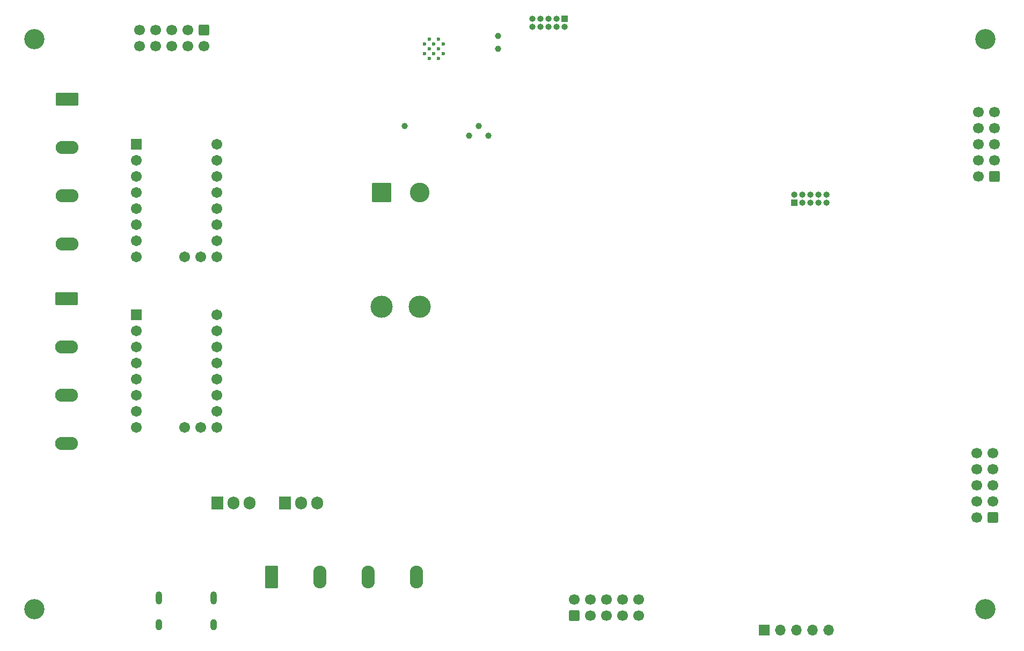
<source format=gbs>
%TF.GenerationSoftware,KiCad,Pcbnew,8.0.2*%
%TF.CreationDate,2024-05-15T16:38:58+02:00*%
%TF.ProjectId,Automatischer-Kabelschneider,4175746f-6d61-4746-9973-636865722d4b,1.0*%
%TF.SameCoordinates,Original*%
%TF.FileFunction,Soldermask,Bot*%
%TF.FilePolarity,Negative*%
%FSLAX46Y46*%
G04 Gerber Fmt 4.6, Leading zero omitted, Abs format (unit mm)*
G04 Created by KiCad (PCBNEW 8.0.2) date 2024-05-15 16:38:58*
%MOMM*%
%LPD*%
G01*
G04 APERTURE LIST*
G04 Aperture macros list*
%AMRoundRect*
0 Rectangle with rounded corners*
0 $1 Rounding radius*
0 $2 $3 $4 $5 $6 $7 $8 $9 X,Y pos of 4 corners*
0 Add a 4 corners polygon primitive as box body*
4,1,4,$2,$3,$4,$5,$6,$7,$8,$9,$2,$3,0*
0 Add four circle primitives for the rounded corners*
1,1,$1+$1,$2,$3*
1,1,$1+$1,$4,$5*
1,1,$1+$1,$6,$7*
1,1,$1+$1,$8,$9*
0 Add four rect primitives between the rounded corners*
20,1,$1+$1,$2,$3,$4,$5,0*
20,1,$1+$1,$4,$5,$6,$7,0*
20,1,$1+$1,$6,$7,$8,$9,0*
20,1,$1+$1,$8,$9,$2,$3,0*%
G04 Aperture macros list end*
%ADD10R,1.905000X2.000000*%
%ADD11O,1.905000X2.000000*%
%ADD12C,3.500000*%
%ADD13RoundRect,0.249999X-1.300001X-1.300001X1.300001X-1.300001X1.300001X1.300001X-1.300001X1.300001X0*%
%ADD14C,3.100000*%
%ADD15RoundRect,0.102000X-0.754000X-0.754000X0.754000X-0.754000X0.754000X0.754000X-0.754000X0.754000X0*%
%ADD16C,1.712000*%
%ADD17RoundRect,0.250000X0.600000X-0.600000X0.600000X0.600000X-0.600000X0.600000X-0.600000X-0.600000X0*%
%ADD18C,1.700000*%
%ADD19C,3.200000*%
%ADD20O,1.000000X2.100000*%
%ADD21O,1.000000X1.800000*%
%ADD22C,0.600000*%
%ADD23RoundRect,0.250000X-0.600000X0.600000X-0.600000X-0.600000X0.600000X-0.600000X0.600000X0.600000X0*%
%ADD24R,1.000000X1.000000*%
%ADD25O,1.000000X1.000000*%
%ADD26RoundRect,0.250001X-1.549999X0.799999X-1.549999X-0.799999X1.549999X-0.799999X1.549999X0.799999X0*%
%ADD27O,3.600000X2.100000*%
%ADD28R,1.700000X1.700000*%
%ADD29O,1.700000X1.700000*%
%ADD30RoundRect,0.250000X0.600000X0.600000X-0.600000X0.600000X-0.600000X-0.600000X0.600000X-0.600000X0*%
%ADD31RoundRect,0.250001X-0.799999X-1.549999X0.799999X-1.549999X0.799999X1.549999X-0.799999X1.549999X0*%
%ADD32O,2.100000X3.600000*%
%ADD33C,1.000000*%
G04 APERTURE END LIST*
D10*
%TO.C,Q2*%
X113620909Y-128966453D03*
D11*
X116160909Y-128966453D03*
X118700909Y-128966453D03*
%TD*%
D12*
%TO.C,J4*%
X128829534Y-97989534D03*
X134829534Y-97989534D03*
D13*
X128829534Y-79989534D03*
D14*
X134829534Y-79989534D03*
%TD*%
D15*
%TO.C,U8*%
X90173534Y-99293534D03*
D16*
X90173534Y-101833534D03*
X90173534Y-104373534D03*
X90173534Y-106913534D03*
X90173534Y-109453534D03*
X90173534Y-111993534D03*
X90173534Y-114533534D03*
X90173534Y-117073534D03*
X102873534Y-99293534D03*
X102873534Y-101833534D03*
X102873534Y-104373534D03*
X102873534Y-106913534D03*
X102873534Y-109453534D03*
X102873534Y-111993534D03*
X102873534Y-114533534D03*
X102873534Y-117073534D03*
X97793534Y-117073534D03*
X100333534Y-117073534D03*
%TD*%
D17*
%TO.C,J9*%
X159261534Y-146782034D03*
D18*
X159261534Y-144242034D03*
X161801534Y-146782034D03*
X161801534Y-144242034D03*
X164341534Y-146782034D03*
X164341534Y-144242034D03*
X166881534Y-146782034D03*
X166881534Y-144242034D03*
X169421534Y-146782034D03*
X169421534Y-144242034D03*
%TD*%
D10*
%TO.C,Q1*%
X102952909Y-128966453D03*
D11*
X105492909Y-128966453D03*
X108032909Y-128966453D03*
%TD*%
D19*
%TO.C,H2*%
X224108000Y-55796000D03*
%TD*%
D20*
%TO.C,J1*%
X93752909Y-144019453D03*
D21*
X93752909Y-148199453D03*
D20*
X102392909Y-144019453D03*
D21*
X102392909Y-148199453D03*
%TD*%
D22*
%TO.C,U7*%
X135608000Y-56546000D03*
X135608000Y-58046000D03*
X136358000Y-55796000D03*
X136358000Y-57296000D03*
X136358000Y-58796000D03*
X137108000Y-56546000D03*
X137108000Y-58046000D03*
X137858000Y-55796000D03*
X137858000Y-57296000D03*
X137858000Y-58796000D03*
X138608000Y-56546000D03*
X138608000Y-58046000D03*
%TD*%
D23*
%TO.C,J5*%
X100841534Y-54345034D03*
D18*
X100841534Y-56885034D03*
X98301534Y-54345034D03*
X98301534Y-56885034D03*
X95761534Y-54345034D03*
X95761534Y-56885034D03*
X93221534Y-54345034D03*
X93221534Y-56885034D03*
X90681534Y-54345034D03*
X90681534Y-56885034D03*
%TD*%
D19*
%TO.C,H3*%
X74108000Y-145796000D03*
%TD*%
D24*
%TO.C,J7*%
X157737534Y-52557534D03*
D25*
X157737534Y-53827534D03*
X156467534Y-52557534D03*
X156467534Y-53827534D03*
X155197534Y-52557534D03*
X155197534Y-53827534D03*
X153927534Y-52557534D03*
X153927534Y-53827534D03*
X152657534Y-52557534D03*
X152657534Y-53827534D03*
%TD*%
D24*
%TO.C,J11*%
X193975034Y-81630534D03*
D25*
X193975034Y-80360534D03*
X195245034Y-81630534D03*
X195245034Y-80360534D03*
X196515034Y-81630534D03*
X196515034Y-80360534D03*
X197785034Y-81630534D03*
X197785034Y-80360534D03*
X199055034Y-81630534D03*
X199055034Y-80360534D03*
%TD*%
D26*
%TO.C,J3*%
X79206000Y-65292000D03*
D27*
X79206000Y-72912000D03*
X79206000Y-80532000D03*
X79206000Y-88152000D03*
%TD*%
D28*
%TO.C,J12*%
X189233534Y-149077534D03*
D29*
X191773534Y-149077534D03*
X194313534Y-149077534D03*
X196853534Y-149077534D03*
X199393534Y-149077534D03*
%TD*%
D15*
%TO.C,U6*%
X90173534Y-72369534D03*
D16*
X90173534Y-74909534D03*
X90173534Y-77449534D03*
X90173534Y-79989534D03*
X90173534Y-82529534D03*
X90173534Y-85069534D03*
X90173534Y-87609534D03*
X90173534Y-90149534D03*
X102873534Y-72369534D03*
X102873534Y-74909534D03*
X102873534Y-77449534D03*
X102873534Y-79989534D03*
X102873534Y-82529534D03*
X102873534Y-85069534D03*
X102873534Y-87609534D03*
X102873534Y-90149534D03*
X97793534Y-90149534D03*
X100333534Y-90149534D03*
%TD*%
D26*
%TO.C,J6*%
X79173500Y-96788000D03*
D27*
X79173500Y-104408000D03*
X79173500Y-112028000D03*
X79173500Y-119648000D03*
%TD*%
D19*
%TO.C,H4*%
X224108000Y-145796000D03*
%TD*%
%TO.C,H1*%
X74108000Y-55796000D03*
%TD*%
D30*
%TO.C,J10*%
X225301534Y-131297534D03*
D18*
X222761534Y-131297534D03*
X225301534Y-128757534D03*
X222761534Y-128757534D03*
X225301534Y-126217534D03*
X222761534Y-126217534D03*
X225301534Y-123677534D03*
X222761534Y-123677534D03*
X225301534Y-121137534D03*
X222761534Y-121137534D03*
%TD*%
D31*
%TO.C,J2*%
X111509534Y-140695534D03*
D32*
X119129534Y-140695534D03*
X126749534Y-140695534D03*
X134369534Y-140695534D03*
%TD*%
D30*
%TO.C,J8*%
X225546034Y-77449534D03*
D18*
X223006034Y-77449534D03*
X225546034Y-74909534D03*
X223006034Y-74909534D03*
X225546034Y-72369534D03*
X223006034Y-72369534D03*
X225546034Y-69829534D03*
X223006034Y-69829534D03*
X225546034Y-67289534D03*
X223006034Y-67289534D03*
%TD*%
D33*
%TO.C,TP12*%
X144163000Y-69472000D03*
%TD*%
%TO.C,TP9*%
X145687000Y-70996000D03*
%TD*%
%TO.C,TP11*%
X142639000Y-70996000D03*
%TD*%
%TO.C,TP10*%
X132479000Y-69472000D03*
%TD*%
%TO.C,TP8*%
X147211000Y-57280000D03*
%TD*%
%TO.C,TP7*%
X147211000Y-55248000D03*
%TD*%
M02*

</source>
